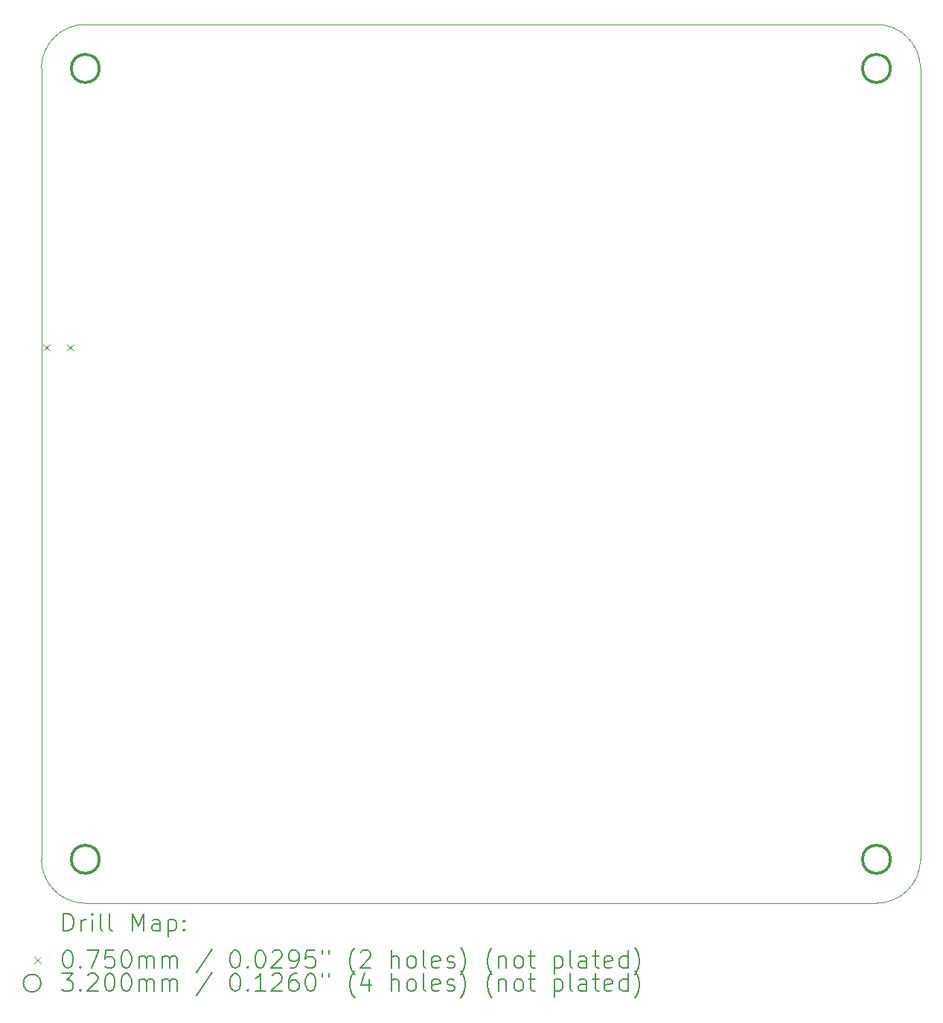
<source format=gbr>
%TF.GenerationSoftware,KiCad,Pcbnew,(6.0.7)*%
%TF.CreationDate,2023-03-28T13:11:09+02:00*%
%TF.ProjectId,open65,6f70656e-3635-42e6-9b69-6361645f7063,rev01*%
%TF.SameCoordinates,Original*%
%TF.FileFunction,Drillmap*%
%TF.FilePolarity,Positive*%
%FSLAX45Y45*%
G04 Gerber Fmt 4.5, Leading zero omitted, Abs format (unit mm)*
G04 Created by KiCad (PCBNEW (6.0.7)) date 2023-03-28 13:11:09*
%MOMM*%
%LPD*%
G01*
G04 APERTURE LIST*
%ADD10C,0.100000*%
%ADD11C,0.200000*%
%ADD12C,0.075000*%
%ADD13C,0.320000*%
G04 APERTURE END LIST*
D10*
X15500000Y-14500000D02*
X15500000Y-5500000D01*
X6000000Y-5000000D02*
X15000000Y-5000000D01*
X15000000Y-15000000D02*
G75*
G03*
X15500000Y-14500000I0J500000D01*
G01*
X15500000Y-5500000D02*
G75*
G03*
X15000000Y-5000000I-500000J0D01*
G01*
X5500000Y-14500000D02*
G75*
G03*
X6000000Y-15000000I500000J0D01*
G01*
X5500000Y-14500000D02*
X5500000Y-5498000D01*
X6000000Y-5000000D02*
G75*
G03*
X5500000Y-5498000I-1996J-498000D01*
G01*
X15000000Y-15000000D02*
X6000000Y-15000000D01*
D11*
D12*
X5520000Y-8637500D02*
X5595000Y-8712500D01*
X5595000Y-8637500D02*
X5520000Y-8712500D01*
X5795000Y-8637500D02*
X5870000Y-8712500D01*
X5870000Y-8637500D02*
X5795000Y-8712500D01*
D13*
X6160000Y-5500000D02*
G75*
G03*
X6160000Y-5500000I-160000J0D01*
G01*
X6160000Y-14500000D02*
G75*
G03*
X6160000Y-14500000I-160000J0D01*
G01*
X15160000Y-5500000D02*
G75*
G03*
X15160000Y-5500000I-160000J0D01*
G01*
X15160000Y-14500000D02*
G75*
G03*
X15160000Y-14500000I-160000J0D01*
G01*
D11*
X5752619Y-15315476D02*
X5752619Y-15115476D01*
X5800238Y-15115476D01*
X5828809Y-15125000D01*
X5847857Y-15144048D01*
X5857381Y-15163095D01*
X5866905Y-15201190D01*
X5866905Y-15229762D01*
X5857381Y-15267857D01*
X5847857Y-15286905D01*
X5828809Y-15305952D01*
X5800238Y-15315476D01*
X5752619Y-15315476D01*
X5952619Y-15315476D02*
X5952619Y-15182143D01*
X5952619Y-15220238D02*
X5962143Y-15201190D01*
X5971667Y-15191667D01*
X5990714Y-15182143D01*
X6009762Y-15182143D01*
X6076428Y-15315476D02*
X6076428Y-15182143D01*
X6076428Y-15115476D02*
X6066905Y-15125000D01*
X6076428Y-15134524D01*
X6085952Y-15125000D01*
X6076428Y-15115476D01*
X6076428Y-15134524D01*
X6200238Y-15315476D02*
X6181190Y-15305952D01*
X6171667Y-15286905D01*
X6171667Y-15115476D01*
X6305000Y-15315476D02*
X6285952Y-15305952D01*
X6276428Y-15286905D01*
X6276428Y-15115476D01*
X6533571Y-15315476D02*
X6533571Y-15115476D01*
X6600238Y-15258333D01*
X6666905Y-15115476D01*
X6666905Y-15315476D01*
X6847857Y-15315476D02*
X6847857Y-15210714D01*
X6838333Y-15191667D01*
X6819286Y-15182143D01*
X6781190Y-15182143D01*
X6762143Y-15191667D01*
X6847857Y-15305952D02*
X6828809Y-15315476D01*
X6781190Y-15315476D01*
X6762143Y-15305952D01*
X6752619Y-15286905D01*
X6752619Y-15267857D01*
X6762143Y-15248809D01*
X6781190Y-15239286D01*
X6828809Y-15239286D01*
X6847857Y-15229762D01*
X6943095Y-15182143D02*
X6943095Y-15382143D01*
X6943095Y-15191667D02*
X6962143Y-15182143D01*
X7000238Y-15182143D01*
X7019286Y-15191667D01*
X7028809Y-15201190D01*
X7038333Y-15220238D01*
X7038333Y-15277381D01*
X7028809Y-15296428D01*
X7019286Y-15305952D01*
X7000238Y-15315476D01*
X6962143Y-15315476D01*
X6943095Y-15305952D01*
X7124048Y-15296428D02*
X7133571Y-15305952D01*
X7124048Y-15315476D01*
X7114524Y-15305952D01*
X7124048Y-15296428D01*
X7124048Y-15315476D01*
X7124048Y-15191667D02*
X7133571Y-15201190D01*
X7124048Y-15210714D01*
X7114524Y-15201190D01*
X7124048Y-15191667D01*
X7124048Y-15210714D01*
D12*
X5420000Y-15607500D02*
X5495000Y-15682500D01*
X5495000Y-15607500D02*
X5420000Y-15682500D01*
D11*
X5790714Y-15535476D02*
X5809762Y-15535476D01*
X5828809Y-15545000D01*
X5838333Y-15554524D01*
X5847857Y-15573571D01*
X5857381Y-15611667D01*
X5857381Y-15659286D01*
X5847857Y-15697381D01*
X5838333Y-15716428D01*
X5828809Y-15725952D01*
X5809762Y-15735476D01*
X5790714Y-15735476D01*
X5771667Y-15725952D01*
X5762143Y-15716428D01*
X5752619Y-15697381D01*
X5743095Y-15659286D01*
X5743095Y-15611667D01*
X5752619Y-15573571D01*
X5762143Y-15554524D01*
X5771667Y-15545000D01*
X5790714Y-15535476D01*
X5943095Y-15716428D02*
X5952619Y-15725952D01*
X5943095Y-15735476D01*
X5933571Y-15725952D01*
X5943095Y-15716428D01*
X5943095Y-15735476D01*
X6019286Y-15535476D02*
X6152619Y-15535476D01*
X6066905Y-15735476D01*
X6324048Y-15535476D02*
X6228809Y-15535476D01*
X6219286Y-15630714D01*
X6228809Y-15621190D01*
X6247857Y-15611667D01*
X6295476Y-15611667D01*
X6314524Y-15621190D01*
X6324048Y-15630714D01*
X6333571Y-15649762D01*
X6333571Y-15697381D01*
X6324048Y-15716428D01*
X6314524Y-15725952D01*
X6295476Y-15735476D01*
X6247857Y-15735476D01*
X6228809Y-15725952D01*
X6219286Y-15716428D01*
X6457381Y-15535476D02*
X6476428Y-15535476D01*
X6495476Y-15545000D01*
X6505000Y-15554524D01*
X6514524Y-15573571D01*
X6524048Y-15611667D01*
X6524048Y-15659286D01*
X6514524Y-15697381D01*
X6505000Y-15716428D01*
X6495476Y-15725952D01*
X6476428Y-15735476D01*
X6457381Y-15735476D01*
X6438333Y-15725952D01*
X6428809Y-15716428D01*
X6419286Y-15697381D01*
X6409762Y-15659286D01*
X6409762Y-15611667D01*
X6419286Y-15573571D01*
X6428809Y-15554524D01*
X6438333Y-15545000D01*
X6457381Y-15535476D01*
X6609762Y-15735476D02*
X6609762Y-15602143D01*
X6609762Y-15621190D02*
X6619286Y-15611667D01*
X6638333Y-15602143D01*
X6666905Y-15602143D01*
X6685952Y-15611667D01*
X6695476Y-15630714D01*
X6695476Y-15735476D01*
X6695476Y-15630714D02*
X6705000Y-15611667D01*
X6724048Y-15602143D01*
X6752619Y-15602143D01*
X6771667Y-15611667D01*
X6781190Y-15630714D01*
X6781190Y-15735476D01*
X6876428Y-15735476D02*
X6876428Y-15602143D01*
X6876428Y-15621190D02*
X6885952Y-15611667D01*
X6905000Y-15602143D01*
X6933571Y-15602143D01*
X6952619Y-15611667D01*
X6962143Y-15630714D01*
X6962143Y-15735476D01*
X6962143Y-15630714D02*
X6971667Y-15611667D01*
X6990714Y-15602143D01*
X7019286Y-15602143D01*
X7038333Y-15611667D01*
X7047857Y-15630714D01*
X7047857Y-15735476D01*
X7438333Y-15525952D02*
X7266905Y-15783095D01*
X7695476Y-15535476D02*
X7714524Y-15535476D01*
X7733571Y-15545000D01*
X7743095Y-15554524D01*
X7752619Y-15573571D01*
X7762143Y-15611667D01*
X7762143Y-15659286D01*
X7752619Y-15697381D01*
X7743095Y-15716428D01*
X7733571Y-15725952D01*
X7714524Y-15735476D01*
X7695476Y-15735476D01*
X7676428Y-15725952D01*
X7666905Y-15716428D01*
X7657381Y-15697381D01*
X7647857Y-15659286D01*
X7647857Y-15611667D01*
X7657381Y-15573571D01*
X7666905Y-15554524D01*
X7676428Y-15545000D01*
X7695476Y-15535476D01*
X7847857Y-15716428D02*
X7857381Y-15725952D01*
X7847857Y-15735476D01*
X7838333Y-15725952D01*
X7847857Y-15716428D01*
X7847857Y-15735476D01*
X7981190Y-15535476D02*
X8000238Y-15535476D01*
X8019286Y-15545000D01*
X8028809Y-15554524D01*
X8038333Y-15573571D01*
X8047857Y-15611667D01*
X8047857Y-15659286D01*
X8038333Y-15697381D01*
X8028809Y-15716428D01*
X8019286Y-15725952D01*
X8000238Y-15735476D01*
X7981190Y-15735476D01*
X7962143Y-15725952D01*
X7952619Y-15716428D01*
X7943095Y-15697381D01*
X7933571Y-15659286D01*
X7933571Y-15611667D01*
X7943095Y-15573571D01*
X7952619Y-15554524D01*
X7962143Y-15545000D01*
X7981190Y-15535476D01*
X8124048Y-15554524D02*
X8133571Y-15545000D01*
X8152619Y-15535476D01*
X8200238Y-15535476D01*
X8219286Y-15545000D01*
X8228809Y-15554524D01*
X8238333Y-15573571D01*
X8238333Y-15592619D01*
X8228809Y-15621190D01*
X8114524Y-15735476D01*
X8238333Y-15735476D01*
X8333571Y-15735476D02*
X8371667Y-15735476D01*
X8390714Y-15725952D01*
X8400238Y-15716428D01*
X8419286Y-15687857D01*
X8428810Y-15649762D01*
X8428810Y-15573571D01*
X8419286Y-15554524D01*
X8409762Y-15545000D01*
X8390714Y-15535476D01*
X8352619Y-15535476D01*
X8333571Y-15545000D01*
X8324048Y-15554524D01*
X8314524Y-15573571D01*
X8314524Y-15621190D01*
X8324048Y-15640238D01*
X8333571Y-15649762D01*
X8352619Y-15659286D01*
X8390714Y-15659286D01*
X8409762Y-15649762D01*
X8419286Y-15640238D01*
X8428810Y-15621190D01*
X8609762Y-15535476D02*
X8514524Y-15535476D01*
X8505000Y-15630714D01*
X8514524Y-15621190D01*
X8533571Y-15611667D01*
X8581190Y-15611667D01*
X8600238Y-15621190D01*
X8609762Y-15630714D01*
X8619286Y-15649762D01*
X8619286Y-15697381D01*
X8609762Y-15716428D01*
X8600238Y-15725952D01*
X8581190Y-15735476D01*
X8533571Y-15735476D01*
X8514524Y-15725952D01*
X8505000Y-15716428D01*
X8695476Y-15535476D02*
X8695476Y-15573571D01*
X8771667Y-15535476D02*
X8771667Y-15573571D01*
X9066905Y-15811667D02*
X9057381Y-15802143D01*
X9038333Y-15773571D01*
X9028810Y-15754524D01*
X9019286Y-15725952D01*
X9009762Y-15678333D01*
X9009762Y-15640238D01*
X9019286Y-15592619D01*
X9028810Y-15564048D01*
X9038333Y-15545000D01*
X9057381Y-15516428D01*
X9066905Y-15506905D01*
X9133571Y-15554524D02*
X9143095Y-15545000D01*
X9162143Y-15535476D01*
X9209762Y-15535476D01*
X9228810Y-15545000D01*
X9238333Y-15554524D01*
X9247857Y-15573571D01*
X9247857Y-15592619D01*
X9238333Y-15621190D01*
X9124048Y-15735476D01*
X9247857Y-15735476D01*
X9485952Y-15735476D02*
X9485952Y-15535476D01*
X9571667Y-15735476D02*
X9571667Y-15630714D01*
X9562143Y-15611667D01*
X9543095Y-15602143D01*
X9514524Y-15602143D01*
X9495476Y-15611667D01*
X9485952Y-15621190D01*
X9695476Y-15735476D02*
X9676429Y-15725952D01*
X9666905Y-15716428D01*
X9657381Y-15697381D01*
X9657381Y-15640238D01*
X9666905Y-15621190D01*
X9676429Y-15611667D01*
X9695476Y-15602143D01*
X9724048Y-15602143D01*
X9743095Y-15611667D01*
X9752619Y-15621190D01*
X9762143Y-15640238D01*
X9762143Y-15697381D01*
X9752619Y-15716428D01*
X9743095Y-15725952D01*
X9724048Y-15735476D01*
X9695476Y-15735476D01*
X9876429Y-15735476D02*
X9857381Y-15725952D01*
X9847857Y-15706905D01*
X9847857Y-15535476D01*
X10028810Y-15725952D02*
X10009762Y-15735476D01*
X9971667Y-15735476D01*
X9952619Y-15725952D01*
X9943095Y-15706905D01*
X9943095Y-15630714D01*
X9952619Y-15611667D01*
X9971667Y-15602143D01*
X10009762Y-15602143D01*
X10028810Y-15611667D01*
X10038333Y-15630714D01*
X10038333Y-15649762D01*
X9943095Y-15668809D01*
X10114524Y-15725952D02*
X10133571Y-15735476D01*
X10171667Y-15735476D01*
X10190714Y-15725952D01*
X10200238Y-15706905D01*
X10200238Y-15697381D01*
X10190714Y-15678333D01*
X10171667Y-15668809D01*
X10143095Y-15668809D01*
X10124048Y-15659286D01*
X10114524Y-15640238D01*
X10114524Y-15630714D01*
X10124048Y-15611667D01*
X10143095Y-15602143D01*
X10171667Y-15602143D01*
X10190714Y-15611667D01*
X10266905Y-15811667D02*
X10276429Y-15802143D01*
X10295476Y-15773571D01*
X10305000Y-15754524D01*
X10314524Y-15725952D01*
X10324048Y-15678333D01*
X10324048Y-15640238D01*
X10314524Y-15592619D01*
X10305000Y-15564048D01*
X10295476Y-15545000D01*
X10276429Y-15516428D01*
X10266905Y-15506905D01*
X10628810Y-15811667D02*
X10619286Y-15802143D01*
X10600238Y-15773571D01*
X10590714Y-15754524D01*
X10581190Y-15725952D01*
X10571667Y-15678333D01*
X10571667Y-15640238D01*
X10581190Y-15592619D01*
X10590714Y-15564048D01*
X10600238Y-15545000D01*
X10619286Y-15516428D01*
X10628810Y-15506905D01*
X10705000Y-15602143D02*
X10705000Y-15735476D01*
X10705000Y-15621190D02*
X10714524Y-15611667D01*
X10733571Y-15602143D01*
X10762143Y-15602143D01*
X10781190Y-15611667D01*
X10790714Y-15630714D01*
X10790714Y-15735476D01*
X10914524Y-15735476D02*
X10895476Y-15725952D01*
X10885952Y-15716428D01*
X10876429Y-15697381D01*
X10876429Y-15640238D01*
X10885952Y-15621190D01*
X10895476Y-15611667D01*
X10914524Y-15602143D01*
X10943095Y-15602143D01*
X10962143Y-15611667D01*
X10971667Y-15621190D01*
X10981190Y-15640238D01*
X10981190Y-15697381D01*
X10971667Y-15716428D01*
X10962143Y-15725952D01*
X10943095Y-15735476D01*
X10914524Y-15735476D01*
X11038333Y-15602143D02*
X11114524Y-15602143D01*
X11066905Y-15535476D02*
X11066905Y-15706905D01*
X11076429Y-15725952D01*
X11095476Y-15735476D01*
X11114524Y-15735476D01*
X11333571Y-15602143D02*
X11333571Y-15802143D01*
X11333571Y-15611667D02*
X11352619Y-15602143D01*
X11390714Y-15602143D01*
X11409762Y-15611667D01*
X11419286Y-15621190D01*
X11428809Y-15640238D01*
X11428809Y-15697381D01*
X11419286Y-15716428D01*
X11409762Y-15725952D01*
X11390714Y-15735476D01*
X11352619Y-15735476D01*
X11333571Y-15725952D01*
X11543095Y-15735476D02*
X11524048Y-15725952D01*
X11514524Y-15706905D01*
X11514524Y-15535476D01*
X11705000Y-15735476D02*
X11705000Y-15630714D01*
X11695476Y-15611667D01*
X11676428Y-15602143D01*
X11638333Y-15602143D01*
X11619286Y-15611667D01*
X11705000Y-15725952D02*
X11685952Y-15735476D01*
X11638333Y-15735476D01*
X11619286Y-15725952D01*
X11609762Y-15706905D01*
X11609762Y-15687857D01*
X11619286Y-15668809D01*
X11638333Y-15659286D01*
X11685952Y-15659286D01*
X11705000Y-15649762D01*
X11771667Y-15602143D02*
X11847857Y-15602143D01*
X11800238Y-15535476D02*
X11800238Y-15706905D01*
X11809762Y-15725952D01*
X11828809Y-15735476D01*
X11847857Y-15735476D01*
X11990714Y-15725952D02*
X11971667Y-15735476D01*
X11933571Y-15735476D01*
X11914524Y-15725952D01*
X11905000Y-15706905D01*
X11905000Y-15630714D01*
X11914524Y-15611667D01*
X11933571Y-15602143D01*
X11971667Y-15602143D01*
X11990714Y-15611667D01*
X12000238Y-15630714D01*
X12000238Y-15649762D01*
X11905000Y-15668809D01*
X12171667Y-15735476D02*
X12171667Y-15535476D01*
X12171667Y-15725952D02*
X12152619Y-15735476D01*
X12114524Y-15735476D01*
X12095476Y-15725952D01*
X12085952Y-15716428D01*
X12076428Y-15697381D01*
X12076428Y-15640238D01*
X12085952Y-15621190D01*
X12095476Y-15611667D01*
X12114524Y-15602143D01*
X12152619Y-15602143D01*
X12171667Y-15611667D01*
X12247857Y-15811667D02*
X12257381Y-15802143D01*
X12276428Y-15773571D01*
X12285952Y-15754524D01*
X12295476Y-15725952D01*
X12305000Y-15678333D01*
X12305000Y-15640238D01*
X12295476Y-15592619D01*
X12285952Y-15564048D01*
X12276428Y-15545000D01*
X12257381Y-15516428D01*
X12247857Y-15506905D01*
X5495000Y-15909000D02*
G75*
G03*
X5495000Y-15909000I-100000J0D01*
G01*
X5733571Y-15799476D02*
X5857381Y-15799476D01*
X5790714Y-15875667D01*
X5819286Y-15875667D01*
X5838333Y-15885190D01*
X5847857Y-15894714D01*
X5857381Y-15913762D01*
X5857381Y-15961381D01*
X5847857Y-15980428D01*
X5838333Y-15989952D01*
X5819286Y-15999476D01*
X5762143Y-15999476D01*
X5743095Y-15989952D01*
X5733571Y-15980428D01*
X5943095Y-15980428D02*
X5952619Y-15989952D01*
X5943095Y-15999476D01*
X5933571Y-15989952D01*
X5943095Y-15980428D01*
X5943095Y-15999476D01*
X6028809Y-15818524D02*
X6038333Y-15809000D01*
X6057381Y-15799476D01*
X6105000Y-15799476D01*
X6124048Y-15809000D01*
X6133571Y-15818524D01*
X6143095Y-15837571D01*
X6143095Y-15856619D01*
X6133571Y-15885190D01*
X6019286Y-15999476D01*
X6143095Y-15999476D01*
X6266905Y-15799476D02*
X6285952Y-15799476D01*
X6305000Y-15809000D01*
X6314524Y-15818524D01*
X6324048Y-15837571D01*
X6333571Y-15875667D01*
X6333571Y-15923286D01*
X6324048Y-15961381D01*
X6314524Y-15980428D01*
X6305000Y-15989952D01*
X6285952Y-15999476D01*
X6266905Y-15999476D01*
X6247857Y-15989952D01*
X6238333Y-15980428D01*
X6228809Y-15961381D01*
X6219286Y-15923286D01*
X6219286Y-15875667D01*
X6228809Y-15837571D01*
X6238333Y-15818524D01*
X6247857Y-15809000D01*
X6266905Y-15799476D01*
X6457381Y-15799476D02*
X6476428Y-15799476D01*
X6495476Y-15809000D01*
X6505000Y-15818524D01*
X6514524Y-15837571D01*
X6524048Y-15875667D01*
X6524048Y-15923286D01*
X6514524Y-15961381D01*
X6505000Y-15980428D01*
X6495476Y-15989952D01*
X6476428Y-15999476D01*
X6457381Y-15999476D01*
X6438333Y-15989952D01*
X6428809Y-15980428D01*
X6419286Y-15961381D01*
X6409762Y-15923286D01*
X6409762Y-15875667D01*
X6419286Y-15837571D01*
X6428809Y-15818524D01*
X6438333Y-15809000D01*
X6457381Y-15799476D01*
X6609762Y-15999476D02*
X6609762Y-15866143D01*
X6609762Y-15885190D02*
X6619286Y-15875667D01*
X6638333Y-15866143D01*
X6666905Y-15866143D01*
X6685952Y-15875667D01*
X6695476Y-15894714D01*
X6695476Y-15999476D01*
X6695476Y-15894714D02*
X6705000Y-15875667D01*
X6724048Y-15866143D01*
X6752619Y-15866143D01*
X6771667Y-15875667D01*
X6781190Y-15894714D01*
X6781190Y-15999476D01*
X6876428Y-15999476D02*
X6876428Y-15866143D01*
X6876428Y-15885190D02*
X6885952Y-15875667D01*
X6905000Y-15866143D01*
X6933571Y-15866143D01*
X6952619Y-15875667D01*
X6962143Y-15894714D01*
X6962143Y-15999476D01*
X6962143Y-15894714D02*
X6971667Y-15875667D01*
X6990714Y-15866143D01*
X7019286Y-15866143D01*
X7038333Y-15875667D01*
X7047857Y-15894714D01*
X7047857Y-15999476D01*
X7438333Y-15789952D02*
X7266905Y-16047095D01*
X7695476Y-15799476D02*
X7714524Y-15799476D01*
X7733571Y-15809000D01*
X7743095Y-15818524D01*
X7752619Y-15837571D01*
X7762143Y-15875667D01*
X7762143Y-15923286D01*
X7752619Y-15961381D01*
X7743095Y-15980428D01*
X7733571Y-15989952D01*
X7714524Y-15999476D01*
X7695476Y-15999476D01*
X7676428Y-15989952D01*
X7666905Y-15980428D01*
X7657381Y-15961381D01*
X7647857Y-15923286D01*
X7647857Y-15875667D01*
X7657381Y-15837571D01*
X7666905Y-15818524D01*
X7676428Y-15809000D01*
X7695476Y-15799476D01*
X7847857Y-15980428D02*
X7857381Y-15989952D01*
X7847857Y-15999476D01*
X7838333Y-15989952D01*
X7847857Y-15980428D01*
X7847857Y-15999476D01*
X8047857Y-15999476D02*
X7933571Y-15999476D01*
X7990714Y-15999476D02*
X7990714Y-15799476D01*
X7971667Y-15828048D01*
X7952619Y-15847095D01*
X7933571Y-15856619D01*
X8124048Y-15818524D02*
X8133571Y-15809000D01*
X8152619Y-15799476D01*
X8200238Y-15799476D01*
X8219286Y-15809000D01*
X8228809Y-15818524D01*
X8238333Y-15837571D01*
X8238333Y-15856619D01*
X8228809Y-15885190D01*
X8114524Y-15999476D01*
X8238333Y-15999476D01*
X8409762Y-15799476D02*
X8371667Y-15799476D01*
X8352619Y-15809000D01*
X8343095Y-15818524D01*
X8324048Y-15847095D01*
X8314524Y-15885190D01*
X8314524Y-15961381D01*
X8324048Y-15980428D01*
X8333571Y-15989952D01*
X8352619Y-15999476D01*
X8390714Y-15999476D01*
X8409762Y-15989952D01*
X8419286Y-15980428D01*
X8428810Y-15961381D01*
X8428810Y-15913762D01*
X8419286Y-15894714D01*
X8409762Y-15885190D01*
X8390714Y-15875667D01*
X8352619Y-15875667D01*
X8333571Y-15885190D01*
X8324048Y-15894714D01*
X8314524Y-15913762D01*
X8552619Y-15799476D02*
X8571667Y-15799476D01*
X8590714Y-15809000D01*
X8600238Y-15818524D01*
X8609762Y-15837571D01*
X8619286Y-15875667D01*
X8619286Y-15923286D01*
X8609762Y-15961381D01*
X8600238Y-15980428D01*
X8590714Y-15989952D01*
X8571667Y-15999476D01*
X8552619Y-15999476D01*
X8533571Y-15989952D01*
X8524048Y-15980428D01*
X8514524Y-15961381D01*
X8505000Y-15923286D01*
X8505000Y-15875667D01*
X8514524Y-15837571D01*
X8524048Y-15818524D01*
X8533571Y-15809000D01*
X8552619Y-15799476D01*
X8695476Y-15799476D02*
X8695476Y-15837571D01*
X8771667Y-15799476D02*
X8771667Y-15837571D01*
X9066905Y-16075667D02*
X9057381Y-16066143D01*
X9038333Y-16037571D01*
X9028810Y-16018524D01*
X9019286Y-15989952D01*
X9009762Y-15942333D01*
X9009762Y-15904238D01*
X9019286Y-15856619D01*
X9028810Y-15828048D01*
X9038333Y-15809000D01*
X9057381Y-15780428D01*
X9066905Y-15770905D01*
X9228810Y-15866143D02*
X9228810Y-15999476D01*
X9181190Y-15789952D02*
X9133571Y-15932809D01*
X9257381Y-15932809D01*
X9485952Y-15999476D02*
X9485952Y-15799476D01*
X9571667Y-15999476D02*
X9571667Y-15894714D01*
X9562143Y-15875667D01*
X9543095Y-15866143D01*
X9514524Y-15866143D01*
X9495476Y-15875667D01*
X9485952Y-15885190D01*
X9695476Y-15999476D02*
X9676429Y-15989952D01*
X9666905Y-15980428D01*
X9657381Y-15961381D01*
X9657381Y-15904238D01*
X9666905Y-15885190D01*
X9676429Y-15875667D01*
X9695476Y-15866143D01*
X9724048Y-15866143D01*
X9743095Y-15875667D01*
X9752619Y-15885190D01*
X9762143Y-15904238D01*
X9762143Y-15961381D01*
X9752619Y-15980428D01*
X9743095Y-15989952D01*
X9724048Y-15999476D01*
X9695476Y-15999476D01*
X9876429Y-15999476D02*
X9857381Y-15989952D01*
X9847857Y-15970905D01*
X9847857Y-15799476D01*
X10028810Y-15989952D02*
X10009762Y-15999476D01*
X9971667Y-15999476D01*
X9952619Y-15989952D01*
X9943095Y-15970905D01*
X9943095Y-15894714D01*
X9952619Y-15875667D01*
X9971667Y-15866143D01*
X10009762Y-15866143D01*
X10028810Y-15875667D01*
X10038333Y-15894714D01*
X10038333Y-15913762D01*
X9943095Y-15932809D01*
X10114524Y-15989952D02*
X10133571Y-15999476D01*
X10171667Y-15999476D01*
X10190714Y-15989952D01*
X10200238Y-15970905D01*
X10200238Y-15961381D01*
X10190714Y-15942333D01*
X10171667Y-15932809D01*
X10143095Y-15932809D01*
X10124048Y-15923286D01*
X10114524Y-15904238D01*
X10114524Y-15894714D01*
X10124048Y-15875667D01*
X10143095Y-15866143D01*
X10171667Y-15866143D01*
X10190714Y-15875667D01*
X10266905Y-16075667D02*
X10276429Y-16066143D01*
X10295476Y-16037571D01*
X10305000Y-16018524D01*
X10314524Y-15989952D01*
X10324048Y-15942333D01*
X10324048Y-15904238D01*
X10314524Y-15856619D01*
X10305000Y-15828048D01*
X10295476Y-15809000D01*
X10276429Y-15780428D01*
X10266905Y-15770905D01*
X10628810Y-16075667D02*
X10619286Y-16066143D01*
X10600238Y-16037571D01*
X10590714Y-16018524D01*
X10581190Y-15989952D01*
X10571667Y-15942333D01*
X10571667Y-15904238D01*
X10581190Y-15856619D01*
X10590714Y-15828048D01*
X10600238Y-15809000D01*
X10619286Y-15780428D01*
X10628810Y-15770905D01*
X10705000Y-15866143D02*
X10705000Y-15999476D01*
X10705000Y-15885190D02*
X10714524Y-15875667D01*
X10733571Y-15866143D01*
X10762143Y-15866143D01*
X10781190Y-15875667D01*
X10790714Y-15894714D01*
X10790714Y-15999476D01*
X10914524Y-15999476D02*
X10895476Y-15989952D01*
X10885952Y-15980428D01*
X10876429Y-15961381D01*
X10876429Y-15904238D01*
X10885952Y-15885190D01*
X10895476Y-15875667D01*
X10914524Y-15866143D01*
X10943095Y-15866143D01*
X10962143Y-15875667D01*
X10971667Y-15885190D01*
X10981190Y-15904238D01*
X10981190Y-15961381D01*
X10971667Y-15980428D01*
X10962143Y-15989952D01*
X10943095Y-15999476D01*
X10914524Y-15999476D01*
X11038333Y-15866143D02*
X11114524Y-15866143D01*
X11066905Y-15799476D02*
X11066905Y-15970905D01*
X11076429Y-15989952D01*
X11095476Y-15999476D01*
X11114524Y-15999476D01*
X11333571Y-15866143D02*
X11333571Y-16066143D01*
X11333571Y-15875667D02*
X11352619Y-15866143D01*
X11390714Y-15866143D01*
X11409762Y-15875667D01*
X11419286Y-15885190D01*
X11428809Y-15904238D01*
X11428809Y-15961381D01*
X11419286Y-15980428D01*
X11409762Y-15989952D01*
X11390714Y-15999476D01*
X11352619Y-15999476D01*
X11333571Y-15989952D01*
X11543095Y-15999476D02*
X11524048Y-15989952D01*
X11514524Y-15970905D01*
X11514524Y-15799476D01*
X11705000Y-15999476D02*
X11705000Y-15894714D01*
X11695476Y-15875667D01*
X11676428Y-15866143D01*
X11638333Y-15866143D01*
X11619286Y-15875667D01*
X11705000Y-15989952D02*
X11685952Y-15999476D01*
X11638333Y-15999476D01*
X11619286Y-15989952D01*
X11609762Y-15970905D01*
X11609762Y-15951857D01*
X11619286Y-15932809D01*
X11638333Y-15923286D01*
X11685952Y-15923286D01*
X11705000Y-15913762D01*
X11771667Y-15866143D02*
X11847857Y-15866143D01*
X11800238Y-15799476D02*
X11800238Y-15970905D01*
X11809762Y-15989952D01*
X11828809Y-15999476D01*
X11847857Y-15999476D01*
X11990714Y-15989952D02*
X11971667Y-15999476D01*
X11933571Y-15999476D01*
X11914524Y-15989952D01*
X11905000Y-15970905D01*
X11905000Y-15894714D01*
X11914524Y-15875667D01*
X11933571Y-15866143D01*
X11971667Y-15866143D01*
X11990714Y-15875667D01*
X12000238Y-15894714D01*
X12000238Y-15913762D01*
X11905000Y-15932809D01*
X12171667Y-15999476D02*
X12171667Y-15799476D01*
X12171667Y-15989952D02*
X12152619Y-15999476D01*
X12114524Y-15999476D01*
X12095476Y-15989952D01*
X12085952Y-15980428D01*
X12076428Y-15961381D01*
X12076428Y-15904238D01*
X12085952Y-15885190D01*
X12095476Y-15875667D01*
X12114524Y-15866143D01*
X12152619Y-15866143D01*
X12171667Y-15875667D01*
X12247857Y-16075667D02*
X12257381Y-16066143D01*
X12276428Y-16037571D01*
X12285952Y-16018524D01*
X12295476Y-15989952D01*
X12305000Y-15942333D01*
X12305000Y-15904238D01*
X12295476Y-15856619D01*
X12285952Y-15828048D01*
X12276428Y-15809000D01*
X12257381Y-15780428D01*
X12247857Y-15770905D01*
M02*

</source>
